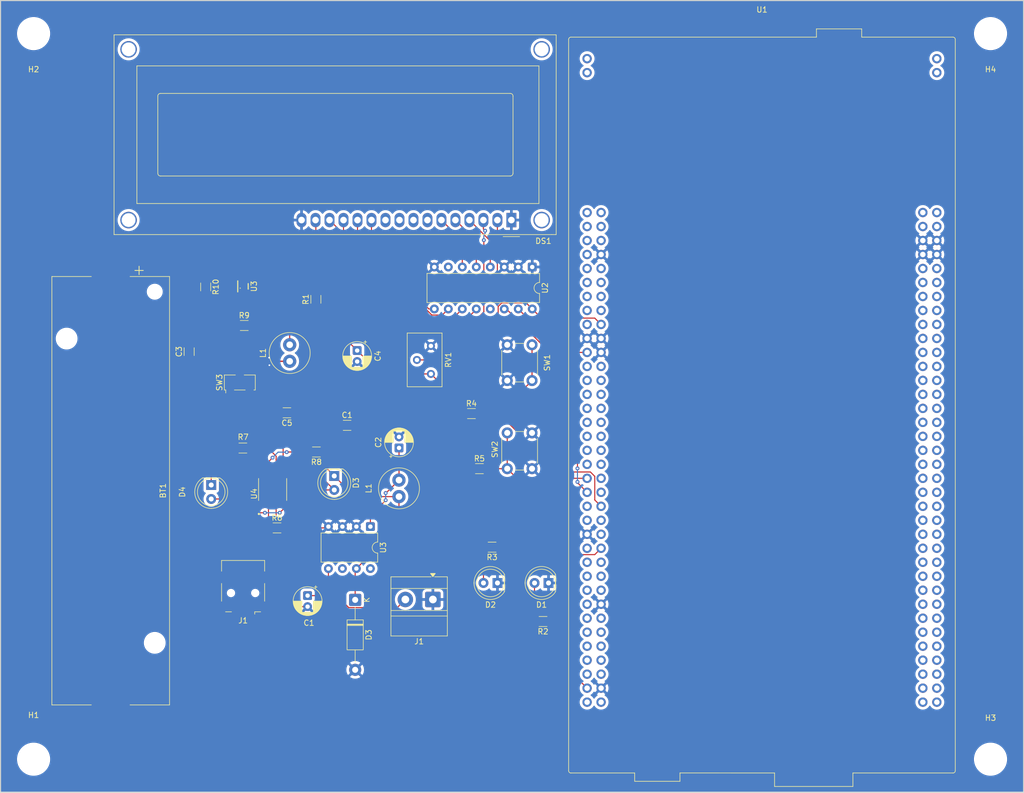
<source format=kicad_pcb>
(kicad_pcb (version 20241229) (generator "pcbnew") (generator_version "9.0")
  (layers (0 "F.Cu" signal) (2 "B.Cu" signal) (13 "F.Paste" user) (15 "B.Paste" user) (5 "F.SilkS" user "F.Silkscreen") (7 "B.SilkS" user "B.Silkscreen") (1 "F.Mask" user) (3 "B.Mask" user) (25 "Edge.Cuts" user))
  (net 0 "")
  (net 1 "GND")
  (net 2 "Net-(D1-A)")
  (net 3 "Net-(D2-A)")
  (net 4 "Net-(DS1-LED(+))")
  (net 5 "Net-(DS1-E)")
  (net 6 "Net-(DS1-VO)")
  (net 7 "Net-(DS1-RS)")
  (net 9 "Net-(DS1-D7)")
  (net 10 "Net-(DS1-D5)")
  (net 12 "Net-(DS1-R{slash}W)")
  (net 13 "Net-(DS1-D4)")
  (net 14 "Net-(DS1-D6)")
  (net 17 "+5V")
  (net 18 "RED")
  (net 19 "BLUE")
  (net 20 "START")
  (net 21 "STOP")
  (net 55 "SDA")
  (net 63 "SCL")
  (net 82 "VD")
  (net 83 "Net-(D3-K)")
  (net 86 "+Vin")
  (net 87 "5V")
  (net 88 "Net-(D4-K)")
  (net 89 "Net-(U3-SW)")
  (net 90 "Net-(U4-PROG)")
  (net 91 "Net-(U3-FB)")
  (net 92 "Net-(SW3-B)")
  (net 97 "USB 5V")
  (net 102 "STDBY")
  (net 103 "CHRG")
  (footprint "Capacitor_SMD:C_1206_3216Metric_Pad1.33x1.80mm_HandSolder" (layer "F.Cu") (at 70.75 92.35 180)
    (property "Reference" "C5")
    (property "Value" "10u")
  )
  (footprint "Button_Switch_SMD:Nidec_Copal_CAS-120A" (layer "F.Cu") (at 62.191 86.85 90)
    (property "Reference" "SW3")
    (property "Value" "~")
  )
  (footprint "Capacitor_THT:CP_Radial_D5.0mm_P2.00mm" (layer "F.Cu") (at 83.5 81.044888 -90)
    (property "Reference" "C4")
    (property "Value" "2 x 22u")
  )
  (footprint "SOP127P600X175-9N:SOP127P600X175-9N" (layer "F.Cu") (at 68.155 106.275 90)
    (property "Reference" "U4")
    (property "Value" "TP4056" (hide yes))
  )
  (footprint "Capacitor_SMD:C_1206_3216Metric_Pad1.33x1.80mm_HandSolder" (layer "F.Cu") (at 53 81.25 90)
    (property "Reference" "C3")
    (property "Value" "10u")
  )
  (footprint "Battery:BatteryHolder_Keystone_1042_1x18650" (layer "F.Cu") (at 38.75 106.5 -90)
    (property "Reference" "BT1")
    (property "Value" "3.7 V")
  )
  (footprint "MountingHole:MountingHole_5.5mm" (layer "F.Cu") (at 198.5 155.25 180)
    (property "Reference" "H3")
    (property "Value" "MountingHole")
  )
  (footprint "Resistor_SMD:R_1206_3216Metric_Pad1.30x1.75mm_HandSolder" (layer "F.Cu") (at 62.75 98.75)
    (property "Reference" "R7")
    (property "Value" "1k")
  )
  (footprint "Capacitor_THT:CP_Radial_D5.0mm_P2.00mm" (layer "F.Cu") (at 74.5 125.544888 -90)
    (property "Reference" "C1")
    (property "Value" "22u")
  )
  (footprint "MountingHole:MountingHole_5.5mm" (layer "F.Cu") (at 198.5 23.5)
    (property "Reference" "H4")
    (property "Value" "MountingHole")
  )
  (footprint "Resistor_SMD:R_1206_3216Metric_Pad1.30x1.75mm_HandSolder" (layer "F.Cu") (at 76.1 99.4655 180)
    (property "Reference" "R8")
    (property "Value" "1k")
  )
  (footprint "Connector_USB:USB_Mini-B_Lumberg_2486_01_Horizontal" (layer "F.Cu") (at 62.792 125.075 180)
    (property "Reference" "J1")
    (property "Value" "USB_B_Mini")
  )
  (footprint "Resistor_SMD:R_1206_3216Metric_Pad1.30x1.75mm_HandSolder" (layer "F.Cu") (at 105.7 102.5)
    (property "Reference" "R5")
    (property "Value" "200")
  )
  (footprint "LED_THT:LED_D5.0mm" (layer "F.Cu") (at 118.25 123.25 180)
    (property "Reference" "D1")
    (property "Value" "LED")
  )
  (footprint "Resistor_SMD:R_1206_3216Metric_Pad1.30x1.75mm_HandSolder" (layer "F.Cu") (at 56 69.5 -90)
    (property "Reference" "R10")
    (property "Value" "732k")
  )
  (footprint "Resistor_SMD:R_1206_3216Metric_Pad1.30x1.75mm_HandSolder" (layer "F.Cu") (at 104.25 92.5)
    (property "Reference" "R4")
    (property "Value" "200")
  )
  (footprint "Package_DIP:DIP-8_W7.62mm" (layer "F.Cu") (at 85.8995 113.0155 -90)
    (property "Reference" "U3")
    (property "Value" "LM2574N-5")
  )
  (footprint "Button_Switch_THT:SW_PUSH_6mm_H4.3mm" (layer "F.Cu") (at 115.25 80 -90)
    (property "Reference" "SW1")
    (property "Value" "SW_Push")
  )
  (footprint "Potentiometer_THT:Potentiometer_Bourns_3299Y_Vertical" (layer "F.Cu") (at 96.89 85.29 -90)
    (property "Reference" "RV1")
    (property "Value" "R_Potentiometer_Small")
  )
  (footprint "Resistor_SMD:R_1206_3216Metric_Pad1.30x1.75mm_HandSolder" (layer "F.Cu") (at 68.95 113.25)
    (property "Reference" "R6")
    (property "Value" "1.2k")
  )
  (footprint "Capacitor_SMD:C_1206_3216Metric_Pad1.33x1.80mm_HandSolder" (layer "F.Cu") (at 81.675 94.625)
    (property "Reference" "C1")
    (property "Value" "10u")
  )
  (footprint "Module:ST_Morpho_Connector_144_STLink" (layer "F.Cu") (at 125.25 55.99)
    (property "Reference" "U1")
    (property "Value" "NUCLEO64-F446RE")
  )
  (footprint "Capacitor_THT:CP_Radial_D5.0mm_P2.00mm" (layer "F.Cu") (at 91.1 98.725 90)
    (property "Reference" "C2")
    (property "Value" "220u")
  )
  (footprint "Resistor_SMD:R_1206_3216Metric_Pad1.30x1.75mm_HandSolder" (layer "F.Cu") (at 76 71.75 90)
    (property "Reference" "R1")
    (property "Value" "330")
  )
  (footprint "Resistor_SMD:R_1206_3216Metric_Pad1.30x1.75mm_HandSolder" (layer "F.Cu") (at 63 76.5)
    (property "Reference" "R9")
    (property "Value" "100k")
  )
  (footprint "MountingHole:MountingHole_5.5mm" (layer "F.Cu") (at 24.75 155.25 180)
    (property "Reference" "H1")
    (property "Value" "MountingHole")
  )
  (footprint "LED_THT:LED_D5.0mm" (layer "F.Cu") (at 57 105.46 -90)
    (property "Reference" "D4")
    (property "Value" "LED")
  )
  (footprint "Package_DIP:DIP-16_W7.62mm" (layer "F.Cu") (at 115.29 65.88 -90)
    (property "Reference" "U2")
    (property "Value" "PCF8574AP")
  )
  (footprint "TerminalBlock_MetzConnect:TerminalBlock_MetzConnect_Type011_RT05502HBLC_1x02_P5.00mm_Horizontal" (layer "F.Cu") (at 97.25 126.25 180)
    (property "Reference" "J1")
    (property "Value" "Screw_Terminal_01x02")
  )
  (footprint "Inductor_THT:L_Radial_D7.2mm_P3.00mm_Murata_1700" (layer "F.Cu") (at 91.0895 107.5705 90)
    (property "Reference" "L1")
    (property "Value" "330u")
  )
  (footprint "Diode_THT:D_DO-41_SOD81_P12.70mm_Horizontal" (layer "F.Cu") (at 83.1395 126.3205 -90)
    (property "Reference" "D3")
    (property "Value" "11DQ06TA")
  )
  (footprint "footprints:DRL0006A" (layer "F.Cu") (at 62.767179 69.396 90)
    (property "Reference" "U3")
    (property "Value" "TPS61023DRLR")
  )
  (footprint "Inductor_THT:L_Radial_D7.2mm_P3.00mm_Murata_1700" (layer "F.Cu") (at 71.25 83 90)
    (property "Reference" "L1")
    (property "Value" "1u")
  )
  (footprint "LED_THT:LED_D5.0mm" (layer "F.Cu") (at 79.3395 103.8205 -90)
    (property "Reference" "D3")
    (property "Value" "LED")
  )
  (footprint "Display:WC1602A" (layer "F.Cu") (at 111.5 57.3575 180)
    (property "Reference" "DS1")
    (property "Value" "WC1602A")
  )
  (footprint "Resistor_SMD:R_1206_3216Metric_Pad1.30x1.75mm_HandSolder" (layer "F.Cu") (at 117.25 130.25 180)
    (property "Reference" "R2")
    (property "Value" "220")
  )
  (footprint "MountingHole:MountingHole_5.5mm" (layer "F.Cu") (at 24.75 23.5)
    (property "Reference" "H2")
    (property "Value" "MountingHole")
  )
  (footprint "Button_Switch_THT:SW_PUSH_6mm_H4.3mm" (layer "F.Cu") (at 110.75 102.5 90)
    (property "Reference" "SW2")
    (property "Value" "SW_Push")
  )
  (footprint "Resistor_SMD:R_1206_3216Metric_Pad1.30x1.75mm_HandSolder" (layer "F.Cu") (at 108 116.75 180)
    (property "Reference" "R3")
    (property "Value" "220")
  )
  (footprint "LED_THT:LED_D5.0mm" (layer "F.Cu") (at 108.975 123.25 180)
    (property "Reference" "D2")
    (property "Value" "LED")
  )
  (gr_rect (start 18.75 17.5) (end 204.5 161.25) (stroke (width 0.2)) (fill no) (layer "Edge.Cuts"))
  (segment (start 83.2375 94.625) (end 89 94.625) (width 0.2) (layer "F.Cu") (net 1))
  (segment (start 68.79 111.54) (end 68.79 108.75) (width 0.2) (layer "F.Cu") (net 1))
  (segment (start 65.841 129.076) (end 61.441 129.076) (width 0.2) (layer "F.Cu") (net 1))
  (segment (start 64.55 79.38076) (end 67.50962 82.34038) (width 0.2) (layer "F.Cu") (net 1))
  (segment (start 68.79 108.75) (end 68.79 106.91) (width 0.2) (layer "F.Cu") (net 1))
  (segment (start 66.25 108.18) (end 66.25 108.75) (width 0.2) (layer "F.Cu") (net 1))
  (segment (start 68.155 106.275) (end 66.25 108.18) (width 0.2) (layer "F.Cu") (net 1))
  (segment (start 64.55 69.938821) (end 64.55 76.5) (width 0.2) (layer "F.Cu") (net 1))
  (segment (start 61.441 129.076) (end 61.192 128.827) (width 0.2) (layer "F.Cu") (net 1))
  (segment (start 53 72.23884) (end 55.79443 69.44441) (width 0.2) (layer "F.Cu") (net 1))
  (segment (start 38.75 146.19) (end 57.265 127.675) (width 0.2) (layer "F.Cu") (net 1))
  (segment (start 72.991 57.7665) (end 73.4 57.3575) (width 0.2) (layer "F.Cu") (net 1))
  (segment (start 67.372112 127.544888) (end 67.242 127.675) (width 0.2) (layer "F.Cu") (net 1))
  (segment (start 63.267178 68.655999) (end 64.05559 69.44441) (width 0.2) (layer "F.Cu") (net 1))
  (segment (start 80.9625 92.35) (end 72.3125 92.35) (width 0.2) (layer "F.Cu") (net 1))
  (segment (start 53 79.6875) (end 53 72.23884) (width 0.2) (layer "F.Cu") (net 1))
  (segment (start 67.9625 88) (end 72.3125 92.35) (width 0.2) (layer "F.Cu") (net 1))
  (segment (start 67.56204 87.59954) (end 67.9625 88) (width 0.2) (layer "F.Cu") (net 1))
  (segment (start 57.265 127.675) (end 58.342 127.675) (width 0.2) (layer "F.Cu") (net 1))
  (segment (start 67.242 127.675) (end 67.242 122.225) (width 0.2) (layer "F.Cu") (net 1))
  (segment (start 67.242 127.675) (end 65.841 129.076) (width 0.2) (layer "F.Cu") (net 1))
  (segment (start 70.5 113.25) (end 68.79 111.54) (width 0.2) (layer "F.Cu") (net 1))
  (segment (start 58.342 122.225) (end 58.342 127.675) (width 0.2) (layer "F.Cu") (net 1))
  (segment (start 78.045 113.25) (end 78.2795 113.0155) (width 0.2) (layer "F.Cu") (net 1))
  (segment (start 67.56204 83.71204) (end 67.56204 87.59954) (width 0.2) (layer "F.Cu") (net 1))
  (segment (start 89 94.625) (end 91.1 96.725) (width 0.2) (layer "F.Cu") (net 1))
  (segment (start 63.267178 68.655999) (end 63.345001 68.655999) (width 0.2) (layer "F.Cu") (net 1))
  (segment (start 68.79 106.91) (end 68.155 106.275) (width 0.2) (layer "F.Cu") (net 1))
  (segment (start 58.342 127.675) (end 61.092 127.675) (width 0.2) (layer "F.Cu") (net 1))
  (segment (start 63.941 88) (end 67.9625 88) (width 0.2) (layer "F.Cu") (net 1))
  (segment (start 64.05559 69.44441) (end 64.55 69.938821) (width 0.2) (layer "F.Cu") (net 1))
  (segment (start 70.5 113.25) (end 78.045 113.25) (width 0.2) (layer "F.Cu") (net 1))
  (segment (start 74.5 127.544888) (end 67.372112 127.544888) (width 0.2) (layer "F.Cu") (net 1))
  (segment (start 55.79443 69.44441) (end 64.05559 69.44441) (width 0.2) (layer "F.Cu") (net 1))
  (segment (start 61.092 127.675) (end 61.192 127.775) (width 0.2) (layer "F.Cu") (net 1))
  (segment (start 64.55 76.5) (end 64.55 79.38076) (width 0.2) (layer "F.Cu") (net 1))
  (segment (start 61.192 128.827) (end 61.192 127.775) (width 0.2) (layer "F.Cu") (net 1))
  (segment (start 83.2375 94.625) (end 80.9625 92.35) (width 0.2) (layer "F.Cu") (net 1))
  (via (at 67.56204 83.71204) (size 0.7) (drill 0.3) (layers "F.Cu" "B.Cu") (net 1))
  (via (at 67.50962 82.34038) (size 0.7) (drill 0.3) (layers "F.Cu" "B.Cu") (net 1))
  (segment (start 67.50962 83.65962) (end 67.56204 83.71204) (width 0.2) (layer "B.Cu") (net 1))
  (segment (start 67.50962 82.34038) (end 67.50962 83.65962) (width 0.2) (layer "B.Cu") (net 1))
  (segment (start 115.7 130.25) (end 115.7 123.26) (width 0.2) (layer "F.Cu") (net 2))
  (segment (start 115.7 123.26) (end 115.71 123.25) (width 0.2) (layer "F.Cu") (net 2))
  (segment (start 106.435 116.765) (end 106.45 116.75) (width 0.2) (layer "F.Cu") (net 3))
  (segment (start 106.435 123.25) (end 106.435 116.765) (width 0.2) (layer "F.Cu") (net 3))
  (segment (start 76 70.2) (end 76 57.4175) (width 0.2) (layer "F.Cu") (net 4))
  (segment (start 76 57.4175) (end 75.94 57.3575) (width 0.2) (layer "F.Cu") (net 4))
  (segment (start 102.59 61.1475) (end 98.8 57.3575) (width 0.2) (layer "F.Cu") (net 5))
  (segment (start 102.59 65.88) (end 102.59 61.1475) (width 0.2) (layer "F.Cu") (net 5))
  (segment (start 106.42 58.97826) (end 106.42 57.3575) (width 0.2) (layer "F.Cu") (net 6))
  (segment (start 106.735435 59.293695) (end 106.42 58.97826) (width 0.2) (layer "F.Cu") (net 6))
  (segment (start 106.5 74.02505) (end 106.5 61) (width 0.2) (layer "F.Cu") (net 6))
  (segment (start 97.77505 82.75) (end 106.5 74.02505) (width 0.2) (layer "F.Cu") (net 6))
  (segment (start 94.35 82.75) (end 97.77505 82.75) (width 0.2) (layer "F.Cu") (net 6))
  (via (at 106.5 61) (size 0.7) (drill 0.3) (layers "F.Cu" "B.Cu") (net 6))
  (via (at 106.735435 59.293695) (size 0.7) (drill 0.3) (layers "F.Cu" "B.Cu") (net 6))
  (segment (start 106.735435 59.764565) (end 106.5 60) (width 0.2) (layer "B.Cu") (net 6))
  (segment (start 106.735435 59.293695) (end 106.735435 59.764565) (width 0.2) (layer "B.Cu") (net 6))
  (segment (start 106.5 60) (end 106.5 61) (width 0.2) (layer "B.Cu") (net 6))
  (segment (start 107.67 65.88) (end 107.67 61.1475) (width 0.2) (layer "F.Cu") (net 7))
  (segment (start 107.67 61.1475) (end 103.88 57.3575) (width 0.2) (layer "F.Cu") (net 7))
  (segment (start 78.48 57.3575) (end 96.5255 75.403) (width 0.2) (layer "F.Cu") (net 9))
  (segment (start 96.5255 75.403) (end 103.287 75.403) (width 0.2) (layer "F.Cu") (net 9))
  (segment (start 103.287 75.403) (end 105.13 73.56) (width 0.2) (layer "F.Cu") (net 9))
  (segment (start 105.13 73.56) (end 105.13 73.5) (width 0.2) (layer "F.Cu") (net 9))
  (segment (start 83.56 57.3575) (end 83.56 61.10705) (width 0.2) (layer "F.Cu") (net 10))
  (segment (start 97.05395 74.601) (end 98.949 74.601) (width 0.2) (layer "F.Cu") (net 10))
  (segment (start 98.949 74.601) (end 100.05 73.5) (width 0.2) (layer "F.Cu") (net 10))
  (segment (start 83.56 61.10705) (end 97.05395 74.601) (width 0.2) (layer "F.Cu") (net 10))
  (segment (start 105.13 61.1475) (end 101.34 57.3575) (width 0.2) (layer "F.Cu") (net 12))
  (segment (start 105.13 65.88) (end 105.13 61.1475) (width 0.2) (layer "F.Cu") (net 12))
  (segment (start 96.52005 73.5) (end 97.51 73.5) (width 0.2) (layer "F.Cu") (net 13))
  (segment (start 86.1 57.3575) (end 86.1 63.07995) (width 0.2) (layer "F.Cu") (net 13))
  (segment (start 86.1 63.07995) (end 96.52005 73.5) (width 0.2) (layer "F.Cu") (net 13))
  (segment (start 81.02 59.13415) (end 96.88785 75.002) (width 0.2) (layer "F.Cu") (net 14))
  (segment (start 101.088 75.002) (end 102.59 73.5) (width 0.2) (layer "F.Cu") (net 14))
  (segment (start 81.02 57.3575) (end 81.02 59.13415) (width 0.2) (layer "F.Cu") (net 14))
  (segment (start 96.88785 75.002) (end 101.088 75.002) (width 0.2) (layer "F.Cu") (net 14))
  (segment (start 91.1 104.56) (end 91.0895 104.5705) (width 0.2) (layer "F.Cu") (net 17))
  (segment (start 88.675 108.2205) (end 88.675 108.25) (width 0.2) (layer "F.Cu") (net 17))
  (segment (start 88.675 108.25) (end 85.8995 111.0255) (width 0.2) (layer "F.Cu") (net 17))
  (segment (start 91.1 98.725) (end 91.1 104.56) (width 0.2) (layer "F.Cu") (net 17))
  (segment (start 91.0895 104.5705) (end 88.7395 106.9205) (width 0.2) (layer "F.Cu") (net 17))
  (segment (start 88.7395 106.9205) (end 88.675 106.9205) (width 0.2) (layer "F.Cu") (net 17))
  (segment (start 85.8995 111.0255) (end 85.8995 113.0155) (width 0.2) (layer "F.Cu") (net 17))
  (via (at 88.675 106.9205) (size 0.7) (drill 0.3) (layers "F.Cu" "B.Cu") (net 17))
  (via (at 88.675 108.2205) (size 0.7) (drill 0.3) (layers "F.Cu" "B.Cu") (net 17))
  (segment (start 88.675 106.9205) (end 88.675 108.2205) (width 0.2) (layer "B.Cu") (net 17))
  (segment (start 118.8 130.25) (end 118.8 135.9) (width 0.2) (layer "F.Cu") (net 18))
  (segment (start 118.8 135.9) (end 125.25 142.35) (width 0.2) (layer "F.Cu") (net 18))
  (segment (start 110.901 118.101) (end 126.639 118.101) (width 0.2) (layer "F.Cu") (net 19))
  (segment (start 126.639 118.101) (end 127.79 116.95) (width 0.2) (layer "F.Cu") (net 19))
  (segment (start 109.55 116.75) (end 110.901 118.101) (width 0.2) (layer "F.Cu") (net 19))
  (segment (start 126.639 108.179) (end 127.79 109.33) (width 0.2) (layer "F.Cu") (net 20))
  (segment (start 115.25 80) (end 115.25 86.5) (width 0.2) (layer "F.Cu") (net 20))
  (segment (start 115.25 86.5) (end 109.25 92.5) (width 0.2) (layer "F.Cu") (net 20))
  (segment (start 109.25 92.5) (end 105.8 92.5) (width 0.2) (layer "F.Cu") (net 20))
  (segment (start 125.849 103.099) (end 126.639 103.889) (width 0.2) (layer "F.Cu") (net 20))
  (segment (start 126.639 103.889) (end 126.639 108.179) (width 0.2) (layer "F.Cu") (net 20))
  (segment (start 109.25 92.5) (end 119.849 103.099) (width 0.2) (layer "F.Cu") (net 20))
  (segment (start 119.849 103.099) (end 125.849 103.099) (width 0.2) (layer "F.Cu") (net 20))
  (segment (start 110.75 102.5) (end 107.25 102.5) (width 0.2) (layer "F.Cu") (net 21))
  (segment (start 110.75 102.5) (end 112.5 104.25) (width 0.2) (layer "F.Cu") (net 21))
  (segment (start 110.75 96) (end 110.75 102.5) (width 0.2) (layer "F.Cu") (net 21))
  (segment (start 112.5 104.25) (end 125.25 104.25) (width 0.2) (layer "F.Cu") (net 21))
  (segment (start 112.75 73.5) (end 120.64 81.39) (width 0.2) (layer "F.Cu") (net 55))
  (segment (start 120.64 81.39) (end 125.25 81.39) (width 0.2) (layer "F.Cu") (net 55))
  (segment (start 123.5 104.9) (end 123.5 105.04) (width 0.2) (layer "F.Cu") (net 63))
  (segment (start 110.21 73.5) (end 110.589892 73.5) (width 0.2) (layer "F.Cu") (net 63))
  (segment (start 123.5 105.04) (end 125.25 106.79) (width 0.2) (layer "F.Cu") (net 63))
  (segment (start 123.5 86.410108) (end 123.5 102.449) (width 0.2) (layer "F.Cu") (net 63))
  (segment (start 110.589892 73.5) (end 123.5 86.410108) (width 0.2) (layer "F.Cu") (net 63))
  (via (at 123.5 104.9) (size 0.7) (drill 0.3) (layers "F.Cu" "B.Cu") (net 63))
  (via (at 123.5 102.449) (size 0.7) (drill 0.3) (layers "F.Cu" "B.Cu") (net 63))
  (segment (start 123.5 102.449) (end 123.5 104.9) (width 0.2) (layer "B.Cu") (net 63))
  (segment (start 78.2795 124.0295) (end 78.2795 120.6355) (width 0.2) (layer "F.Cu") (net 82))
  (segment (start 74.5 125.544888) (end 76.764112 125.544888) (width 0.2) (layer "F.Cu") (net 82))
  (segment (start 81.9715 127.7215) (end 78.2795 124.0295) (width 0.2) (layer "F.Cu") (net 82))
  (segment (start 92.25 126.25) (end 90.7785 127.7215) (width 0.2) (layer "F.Cu") (net 82))
  (segment (start 76.764112 125.544888) (end 78.2795 124.0295) (width 0.2) (layer "F.Cu") (net 82))
  (segment (start 90.7785 127.7215) (end 81.9715 127.7215) (width 0.2) (layer "F.Cu") (net 82))
  (segment (start 91.0895 112.9055) (end 91.0895 107.5705) (width 0.2) (layer "F.Cu") (net 83))
  (segment (start 83.1395 120.8555) (end 83.3595 120.6355) (width 0.2) (layer "F.Cu") (net 83))
  (segment (start 83.3595 120.6355) (end 91.0895 112.9055) (width 0.2) (layer "F.Cu") (net 83))
  (segment (start 77.65 99.4655) (end 77.65 102.131) (width 0.2) (layer "F.Cu") (net 83))
  (segment (start 91.0895 107.5705) (end 83.0895 107.5705) (width 0.2) (layer "F.Cu") (net 83))
  (segment (start 83.1395 126.3205) (end 83.1395 120.8555) (width 0.2) (layer "F.Cu") (net 83))
  (segment (start 77.65 102.131) (end 79.3395 103.8205) (width 0.2) (layer "F.Cu") (net 83))
  (segment (start 83.0895 107.5705) (end 79.3395 103.8205) (width 0.2) (layer "F.Cu") (net 83))
  (segment (start 63.267178 70.136001) (end 63.267178 79.017178) (width 0.2) (layer "F.Cu") (net 86))
  (segment (start 53 82.8125) (end 38.75 68.5625) (width 0.2) (layer "F.Cu") (net 86))
  (segment (start 70.06 93.2225) (end 69.1875 92.35) (width 0.2) (layer "F.Cu") (net 86))
  (segment (start 55.2535 82.8125) (end 53 82.8125) (width 0.2) (layer "F.Cu") (net 86))
  (segment (start 63.5855 91.1445) (end 65.5 91.1445) (width 0.2) (layer "F.Cu") (net 86))
  (segment (start 71.25 83) (end 71.25 84.059) (width 0.2) (layer "F.Cu") (net 86))
  (segment (start 63.14 87.21484) (end 63.14 88.7845) (width 0.2) (layer "F.Cu") (net 86))
  (segment (start 60.441 88) (end 55.2535 82.8125) (width 0.2) (layer "F.Cu") (net 86))
  (segment (start 67.35484 83) (end 63.14 87.21484) (width 0.2) (layer "F.Cu") (net 86))
  (segment (start 38.75 68.5625) (end 38.75 66.81) (width 0.2) (layer "F.Cu") (net 86))
  (segment (start 70.06 103.8) (end 70.06 93.2225) (width 0.2) (layer "F.Cu") (net 86))
  (segment (start 67.982 91.1445) (end 69.1875 92.35) (width 0.2) (layer "F.Cu") (net 86))
  (segment (start 60.441 88) (end 63.5855 91.1445) (width 0.2) (layer "F.Cu") (net 86))
  (segment (start 65.5 91.1445) (end 67.982 91.1445) (width 0.2) (layer "F.Cu") (net 86))
  (segment (start 63.267178 79.017178) (end 67.25 83) (width 0.2) (layer "F.Cu") (net 86))
  (segment (start 63.14 88.7845) (end 65.5 91.1445) (width 0.2) (layer "F.Cu") (net 86))
  (segment (start 67.25 83) (end 71.25 83) (width 0.2) (layer "F.Cu") (net 86))
  (segment (start 71.25 83) (end 67.35484 83) (width 0.2) (layer "F.Cu") (net 86))
  (segment (start 116.949 75.159) (end 126.639 75.159) (width 0.2) (layer "F.Cu") (net 87))
  (segment (start 69.7 67) (end 63.487252 67) (width 0.2) (layer "F.Cu") (net 87))
  (segment (start 108.96 57.3575) (end 108.96 71.60505) (width 0.2) (layer "F.Cu") (net 87))
  (segment (start 126.639 75.159) (end 127.79 76.31) (width 0.2) (layer "F.Cu") (net 87))
  (segment (start 109.75395 72.399) (end 114.189 72.399) (width 0.2) (layer "F.Cu") (net 87))
  (segment (start 108.96 71.60505) (end 109.75395 72.399) (width 0.2) (layer "F.Cu") (net 87))
  (segment (start 87.745112 85.29) (end 96.89 85.29) (width 0.2) (layer "F.Cu") (net 87))
  (segment (start 104.15 102.5) (end 104.15 93.95) (width 0.2) (layer "F.Cu") (net 87))
  (segment (start 109.109 73.04395) (end 109.75395 72.399) (width 0.2) (layer "F.Cu") (net 87))
  (segment (start 61.561178 67.95) (end 56 67.95) (width 0.2) (layer "F.Cu") (net 87))
  (segment (start 76 73.3) (end 76 73.544888) (width 0.2) (layer "F.Cu") (net 87))
  (segment (start 76 73.544888) (end 83.5 81.044888) (width 0.2) (layer "F.Cu") (net 87))
  (segment (start 62.267177 68.655999) (end 61.561178 67.95) (width 0.2) (layer "F.Cu") (net 87))
  (segment (start 76 73.3) (end 69.7 67) (width 0.2) (layer "F.Cu") (net 87))
  (segment (start 114.189 72.399) (end 115.29 73.5) (width 0.2) (layer "F.Cu") (net 87))
  (segment (start 102.7 91.1) (end 96.89 85.29) (width 0.2) (layer "F.Cu") (net 87))
  (segment (start 104.15 93.95) (end 102.7 92.5) (width 0.2) (layer "F.Cu") (net 87))
  (segment (start 62.267177 68.220075) (end 62.267177 68.655999) (width 0.2) (layer "F.Cu") (net 87))
  (segment (start 102.7 92.5) (end 102.7 91.1) (width 0.2) (layer "F.Cu") (net 87))
  (segment (start 115.29 73.5) (end 116.949 75.159) (width 0.2) (layer "F.Cu") (net 87))
  (segment (start 83.5 81.044888) (end 87.745112 85.29) (width 0.2) (layer "F.Cu") (net 87))
  (segment (start 63.487252 67) (end 62.267177 68.220075) (width 0.2) (layer "F.Cu") (net 87))
  (segment (start 109.109 84.691) (end 109.109 73.04395) (width 0.2) (layer "F.Cu") (net 87))
  (segment (start 102.7 91.1) (end 109.109 84.691) (width 0.2) (layer "F.Cu") (net 87))
  (segment (start 57 105.46) (end 57 102.95) (width 0.2) (layer "F.Cu") (net 88))
  (segment (start 57 102.95) (end 61.2 98.75) (width 0.2) (layer "F.Cu") (net 88))
  (segment (start 71.25 80) (end 71.25 72.5) (width 0.2) (layer "F.Cu") (net 89))
  (segment (start 63.653352 67.401) (end 62.767176 68.287176) (width 0.2) (layer "F.Cu") (net 89))
  (segment (start 71.25 72.5) (end 66.151 67.401) (width 0.2) (layer "F.Cu") (net 89))
  (segment (start 66.151 67.401) (end 63.653352 67.401) (width 0.2) (layer "F.Cu") (net 89))
  (segment (start 62.767176 68.287176) (end 62.767176 68.655999) (width 0.2) (layer "F.Cu") (net 89))
  (segment (start 67.4 113.25) (end 67.4 108.87) (width 0.2) (layer "F.Cu") (net 90))
  (segment (start 67.4 108.87) (end 67.52 108.75) (width 0.2) (layer "F.Cu") (net 90))
  (segment (start 61.45 71.146822) (end 61.353178 71.05) (width 0.2) (layer "F.Cu") (net 91))
  (segment (start 62.267177 70.136001) (end 61.353178 71.05) (width 0.2) (layer "F.Cu") (net 91))
  (segment (start 61.45 76.5) (end 61.45 71.146822) (width 0.2) (layer "F.Cu") (net 91))
  (segment (start 61.353178 71.05) (end 56 71.05) (width 0.2) (layer "F.Cu") (net 91))
  (segment (start 62.191 85.7) (end 62.767176 85.123824) (width 0.2) (layer "F.Cu") (net 92))
  (segment (start 62.767176 85.123824) (end 62.767176 70.136001) (width 0.2) (layer "F.Cu") (net 92))
  (segment (start 76.699 98.0385) (end 76.699 103.72) (width 0.2) (layer "F.Cu") (net 97))
  (segment (start 62.05 108) (end 57 108) (width 0.2) (layer "F.Cu") (net 97))
  (segment (start 62.3 110.5) (end 62.05 110.25) (width 0.2) (layer "F.Cu") (net 97))
  (segment (start 80.1125 94.625) (end 76.699 98.0385) (width 0.2) (layer "F.Cu") (net 97))
  (segment (start 70.06 109.88) (end 69.44 110.5) (width 0.2) (layer "F.Cu") (net 97))
  (segment (start 62.05 123.336496) (end 62.05 110.25) (width 0.2) (layer "F.Cu") (net 97))
  (segment (start 72.4495 106.3605) (end 79.3395 106.3605) (width 0.2) (layer "F.Cu") (net 97))
  (segment (start 66.75 110.5) (end 62.3 110.5) (width 0.2) (layer "F.Cu") (net 97))
  (segment (start 76.699 103.72) (end 79.3395 106.3605) (width 0.2) (layer "F.Cu") (net 97))
  (segment (start 62.05 110.25) (end 62.05 108) (width 0.2) (layer "F.Cu") (net 97))
  (segment (start 64.392 125.678496) (end 62.05 123.336496) (width 0.2) (layer "F.Cu") (net 97))
  (segment (start 70.06 108.75) (end 72.4495 106.3605) (width 0.2) (layer "F.Cu") (net 97))
  (segment (start 66.25 103.8) (end 62.05 108) (width 0.2) (layer "F.Cu") (net 97))
  (segment (start 70.06 108.75) (end 70.06 109.88) (width 0.2) (layer "F.Cu") (net 97))
  (segment (start 64.392 127.775) (end 64.392 125.678496) (width 0.2) (layer "F.Cu") (net 97))
  (via (at 66.75 110.5) (size 0.7) (drill 0.3) (layers "F.Cu" "B.Cu") (net 97))
  (via (at 69.44 110.5) (size 0.7) (drill 0.3) (layers "F.Cu" "B.Cu") (net 97))
  (segment (start 69.44 110.5) (end 66.75 110.5) (width 0.2) (layer "B.Cu") (net 97))
  (segment (start 67.310654 98.75) (end 68.79 100.229346) (width 0.2) (layer "F.Cu") (net 102))
  (segment (start 68.79 100.229346) (end 68.79 103.8) (width 0.2) (layer "F.Cu") (net 102))
  (segment (start 64.3 98.75) (end 67.310654 98.75) (width 0.2) (layer "F.Cu") (net 102))
  (segment (start 68.14 100.5) (end 67.52 101.12) (width 0.2) (layer "F.Cu") (net 103))
  (segment (start 70.7445 99.4655) (end 70.71 99.5) (width 0.2) (layer "F.Cu") (net 103))
  (segment (start 67.52 101.12) (end 67.52 103.8) (width 0.2) (layer "F.Cu") (net 103))
  (segment (start 74.55 99.4655) (end 70.7445 99.4655) (width 0.2) (layer "F.Cu") (net 103))
  (via (at 68.14 100.5) (size 0.7) (drill 0.3) (layers "F.Cu" "B.Cu") (net 103))
  (via (at 70.71 99.5) (size 0.7) (drill 0.3) (layers "F.Cu" "B.Cu") (net 103))
  (segment (start 70.71 99.5) (end 69.14 99.5) (width 0.2) (layer "B.Cu") (net 103))
  (segment (start 69.14 99.5) (end 68.14 100.5) (width 0.2) (layer "B.Cu") (net 103))
  (zone (net 1) (net_name "GND") (layer "B.Cu") (connect_pads (clearance 0.5)) (min_thickness 0.25) (fill yes (thermal_gap 0.5) (thermal_bridge_width 0.5))
    (polygon (pts (xy 18.75 17.5) (xy 204.401 17.56) (xy 204.5 161.25) (xy 18.75 161.25)))
  )
)
</source>
